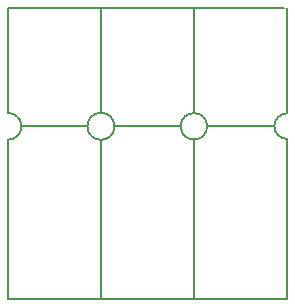
<source format=gbr>
%TF.GenerationSoftware,KiCad,Pcbnew,(5.1.10)-1*%
%TF.CreationDate,2021-11-16T19:54:51-06:00*%
%TF.ProjectId,hardware,68617264-7761-4726-952e-6b696361645f,rev?*%
%TF.SameCoordinates,Original*%
%TF.FileFunction,Legend,Bot*%
%TF.FilePolarity,Positive*%
%FSLAX46Y46*%
G04 Gerber Fmt 4.6, Leading zero omitted, Abs format (unit mm)*
G04 Created by KiCad (PCBNEW (5.1.10)-1) date 2021-11-16 19:54:51*
%MOMM*%
%LPD*%
G01*
G04 APERTURE LIST*
%ADD10C,0.150000*%
G04 APERTURE END LIST*
D10*
%TO.C,Conn2*%
X76581000Y-66290000D02*
X52957000Y-66290000D01*
X76329000Y-41652000D02*
X52957000Y-41652000D01*
X52959000Y-53975000D02*
X52959000Y-66294000D01*
X52959000Y-41656000D02*
X52959000Y-49403000D01*
X68707000Y-49403000D02*
X68707000Y-41656000D01*
X68707000Y-53975000D02*
X68707000Y-66294000D01*
X61976000Y-51689000D02*
G75*
G03*
X61976000Y-51689000I-1143000J0D01*
G01*
X58547000Y-51689000D02*
X55270400Y-51689000D01*
X60833000Y-53975000D02*
X60833000Y-66294000D01*
X63119000Y-51689000D02*
X66421000Y-51689000D01*
X60833000Y-53975000D02*
X60833000Y-52832000D01*
X58547000Y-51689000D02*
X59690000Y-51689000D01*
X60807600Y-41656000D02*
X60807600Y-50546000D01*
X63119000Y-51689000D02*
X61976000Y-51689000D01*
X54102000Y-51689000D02*
X55270400Y-51689000D01*
X52959000Y-53949600D02*
X52959000Y-52857400D01*
X68707000Y-49377600D02*
X68707000Y-50546000D01*
X66395600Y-51689000D02*
X67564000Y-51689000D01*
X68707000Y-54000400D02*
X68707000Y-52806600D01*
X52959000Y-50546000D02*
X52959000Y-49326800D01*
X76581000Y-52806600D02*
X76581000Y-66290000D01*
X76581000Y-50546000D02*
X76581000Y-41656000D01*
X69824600Y-51689000D02*
G75*
G03*
X69824600Y-51689000I-1117600J0D01*
G01*
X69875400Y-51689000D02*
X75438000Y-51689000D01*
X52959000Y-50546000D02*
G75*
G02*
X54102000Y-51689000I0J-1143000D01*
G01*
X54102000Y-51689000D02*
G75*
G02*
X52959000Y-52832000I-1143000J0D01*
G01*
X75514200Y-51663600D02*
G75*
G02*
X76581000Y-50596800I1066800J0D01*
G01*
X76581000Y-52755800D02*
G75*
G02*
X75514200Y-51689000I0J1066800D01*
G01*
%TD*%
M02*

</source>
